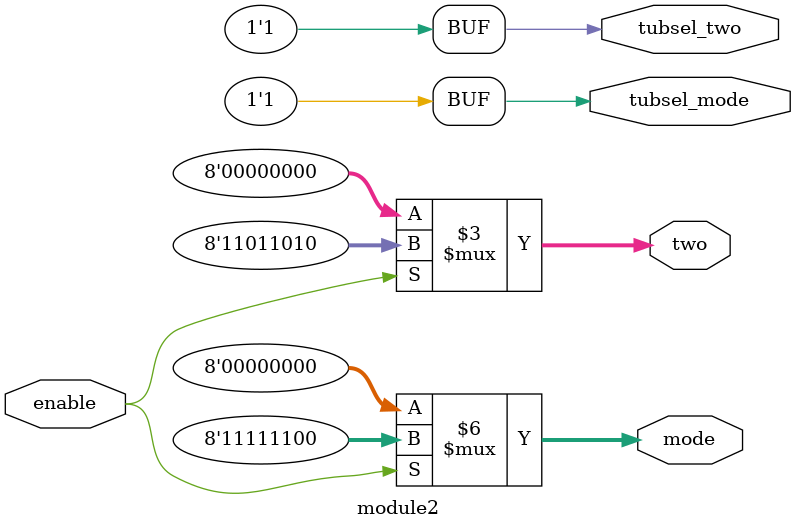
<source format=v>
module module2(
    input enable,
    output reg[7:0] mode,
    output reg[7:0] two,
    output reg tubsel_mode,
    output reg tubsel_two
    );
    
        always @* begin
            tubsel_two=1'b1;
            tubsel_mode=1'b1;
            if(enable)begin
                mode=8'b1111_1100;
                two = 8'b1101_1010;
            end
            else begin
                mode=8'b0000_0000;
                two=8'b0000_0000;
            end
        end
endmodule
</source>
